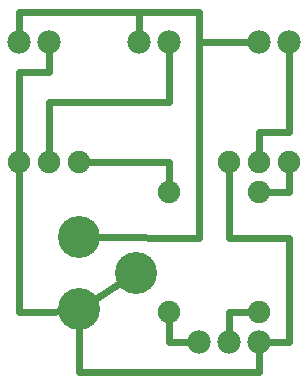
<source format=gbl>
G04 MADE WITH FRITZING*
G04 WWW.FRITZING.ORG*
G04 DOUBLE SIDED*
G04 HOLES PLATED*
G04 CONTOUR ON CENTER OF CONTOUR VECTOR*
%ASAXBY*%
%FSLAX23Y23*%
%MOIN*%
%OFA0B0*%
%SFA1.0B1.0*%
%ADD10C,0.075000*%
%ADD11C,0.078000*%
%ADD12C,0.140000*%
%ADD13C,0.024000*%
%LNCOPPER0*%
G90*
G70*
G54D10*
X1037Y789D03*
X937Y789D03*
X837Y789D03*
X337Y789D03*
X237Y789D03*
X137Y789D03*
X937Y289D03*
X937Y689D03*
X637Y289D03*
X637Y689D03*
G54D11*
X937Y189D03*
X837Y189D03*
X737Y189D03*
G54D12*
X337Y539D03*
X337Y299D03*
X527Y419D03*
G54D11*
X937Y1189D03*
X1037Y1189D03*
X537Y1189D03*
X637Y1189D03*
X237Y1189D03*
X137Y1189D03*
G54D13*
X380Y326D02*
X485Y392D01*
D02*
X637Y789D02*
X637Y706D01*
D02*
X355Y789D02*
X637Y789D01*
D02*
X1037Y689D02*
X955Y689D01*
D02*
X1037Y771D02*
X1037Y689D01*
D02*
X937Y889D02*
X1037Y889D01*
D02*
X1037Y889D02*
X1037Y1170D01*
D02*
X937Y806D02*
X937Y889D01*
D02*
X637Y189D02*
X718Y189D01*
D02*
X637Y271D02*
X637Y189D01*
D02*
X337Y89D02*
X937Y89D01*
D02*
X337Y249D02*
X337Y89D01*
D02*
X937Y89D02*
X937Y170D01*
D02*
X837Y289D02*
X920Y289D01*
D02*
X837Y208D02*
X837Y289D01*
D02*
X537Y1289D02*
X537Y1208D01*
D02*
X137Y1289D02*
X537Y1289D01*
D02*
X737Y1289D02*
X537Y1289D01*
D02*
X737Y1189D02*
X737Y1289D01*
D02*
X637Y989D02*
X637Y1170D01*
D02*
X237Y989D02*
X637Y989D01*
D02*
X237Y806D02*
X237Y989D01*
D02*
X237Y289D02*
X137Y289D01*
D02*
X288Y294D02*
X237Y289D01*
D02*
X137Y289D02*
X137Y771D01*
D02*
X1037Y538D02*
X1037Y189D01*
D02*
X837Y538D02*
X1037Y538D01*
D02*
X1037Y189D02*
X956Y189D01*
D02*
X837Y771D02*
X837Y538D01*
D02*
X137Y1289D02*
X137Y1208D01*
D02*
X137Y1089D02*
X137Y806D01*
D02*
X237Y1089D02*
X137Y1089D01*
D02*
X237Y1170D02*
X237Y1089D01*
D02*
X918Y1189D02*
X737Y1189D01*
D02*
X737Y538D02*
X737Y1189D01*
D02*
X387Y539D02*
X737Y538D01*
G04 End of Copper0*
M02*
</source>
